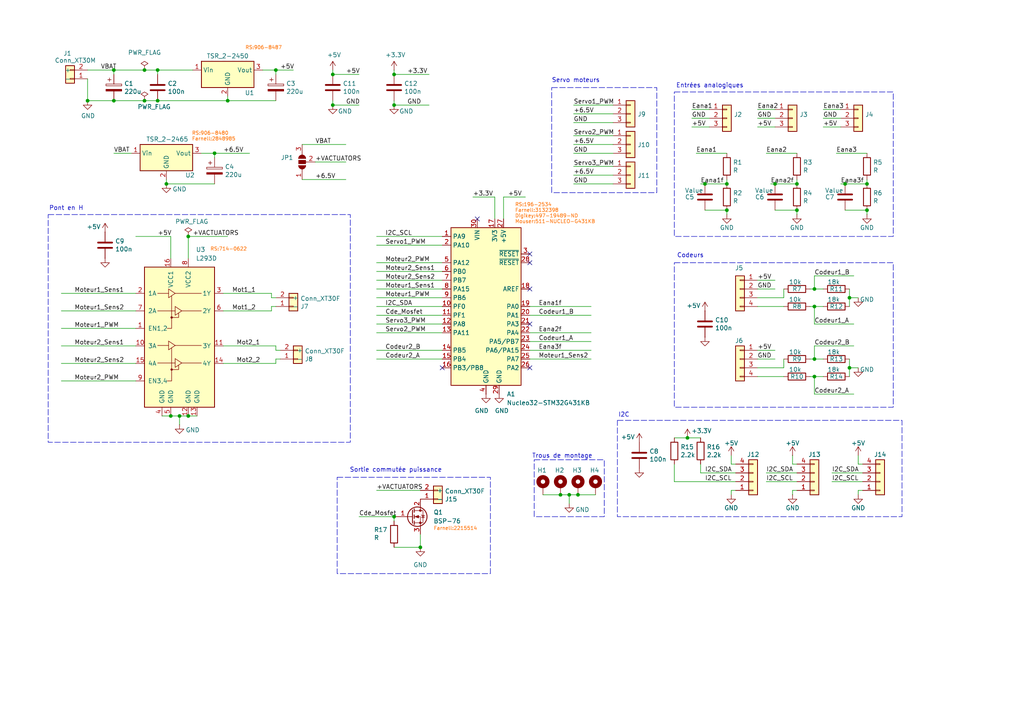
<source format=kicad_sch>
(kicad_sch (version 20231120) (generator "eeschema") (generator_version "8.0")
  (paper "A4")
  (lib_symbols
    (symbol "CRLG-CPU:Nucleo32-STM32G431KB"
      (property "Reference" "A" (at -10.16 23.495 0))
      (property "Value" "Nucleo32-STM32G431KB" (at 5.08 -24.13 0))
      (symbol "Nucleo32-STM32G431KB_0_1"
        (rectangle (start -10.16 22.86) (end 10.16 -22.86) (stroke (width 0.254)) (fill (type background)))
      )
      (symbol "Nucleo32-STM32G431KB_1_1"
        (pin bidirectional line (at -12.7 20.32 0) (length 2.54) (name "PA9") (number "1"))
        (pin bidirectional line (at -12.7 0 0) (length 2.54) (name "PF0") (number "10"))
        (pin bidirectional line (at -12.7 -2.54 0) (length 2.54) (name "PF1") (number "11"))
        (pin bidirectional line (at -12.7 -5.08 0) (length 2.54) (name "PA8") (number "12"))
        (pin bidirectional line (at -12.7 -7.62 0) (length 2.54) (name "PA11") (number "13"))
        (pin bidirectional line (at -12.7 -12.7 0) (length 2.54) (name "PB5") (number "14"))
        (pin bidirectional line (at -12.7 -15.24 0) (length 2.54) (name "PB4") (number "15"))
        (pin bidirectional line (at -12.7 -17.78 0) (length 2.54) (name "PB3/PB8") (number "16"))
        (pin power_out line (at 2.54 25.4 270) (length 2.54) (name "3V3") (number "17"))
        (pin input line (at 12.7 5.08 180) (length 2.54) (name "AREF") (number "18"))
        (pin bidirectional line (at 12.7 0 180) (length 2.54) (name "PA0") (number "19"))
        (pin bidirectional line (at -12.7 17.78 0) (length 2.54) (name "PA10") (number "2"))
        (pin bidirectional line (at 12.7 -2.54 180) (length 2.54) (name "PA1") (number "20"))
        (pin bidirectional line (at 12.7 -5.08 180) (length 2.54) (name "PA3") (number "21"))
        (pin bidirectional line (at 12.7 -7.62 180) (length 2.54) (name "PA4") (number "22"))
        (pin bidirectional line (at 12.7 -10.16 180) (length 2.54) (name "PA5/PB7") (number "23"))
        (pin bidirectional line (at 12.7 -12.7 180) (length 2.54) (name "PA6/PA15") (number "24"))
        (pin bidirectional line (at 12.7 -15.24 180) (length 2.54) (name "PA7") (number "25"))
        (pin bidirectional line (at 12.7 -17.78 180) (length 2.54) (name "PA2") (number "26"))
        (pin power_out line (at 5.08 25.4 270) (length 2.54) (name "+5V") (number "27"))
        (pin input line (at 12.7 12.7 180) (length 2.54) (name "~{RESET}") (number "28"))
        (pin passive line (at 3.81 -25.4 90) (length 2.54) (name "GND") (number "29"))
        (pin input line (at 12.7 15.24 180) (length 2.54) (name "~{RESET}") (number "3"))
        (pin power_in line (at -2.54 25.4 270) (length 2.54) (name "VIN") (number "30"))
        (pin power_in line (at 0 -25.4 90) (length 2.54) (name "GND") (number "4"))
        (pin bidirectional line (at -12.7 12.7 0) (length 2.54) (name "PA12") (number "5"))
        (pin bidirectional line (at -12.7 10.16 0) (length 2.54) (name "PB0") (number "6"))
        (pin bidirectional line (at -12.7 7.62 0) (length 2.54) (name "PB7") (number "7"))
        (pin bidirectional line (at -12.7 5.08 0) (length 2.54) (name "PA15") (number "8"))
        (pin bidirectional line (at -12.7 2.54 0) (length 2.54) (name "PB6") (number "9"))
      )
    )
    (symbol "CRLG-Connectors:Conn_01x03" (pin_names (offset 1.016) hide)
      (property "Reference" "J" (at 0 5.08 0))
      (property "Value" "Conn_01x03" (at 0 -5.08 0))
      (symbol "Conn_01x03_1_1"
        (rectangle (start -1.27 -2.413) (end 0 -2.667) (stroke (width 0.1524)))
        (rectangle (start -1.27 0.127) (end 0 -0.127) (stroke (width 0.1524)))
        (rectangle (start -1.27 2.667) (end 0 2.413) (stroke (width 0.1524)))
        (rectangle (start -1.27 3.81) (end 1.27 -3.81) (stroke (width 0.254)) (fill (type background)))
        (pin passive line (at -5.08 2.54 0) (length 3.81) (name "Pin_1") (number "1"))
        (pin passive line (at -5.08 0 0) (length 3.81) (name "Pin_2") (number "2"))
        (pin passive line (at -5.08 -2.54 0) (length 3.81) (name "Pin_3") (number "3"))
      )
    )
    (symbol "CRLG-Connectors:Conn_01x04" (pin_names (offset 1.016) hide)
      (property "Reference" "J" (at 0 5.08 0))
      (property "Value" "Conn_01x04" (at 0 -7.62 0))
      (symbol "Conn_01x04_1_1"
        (rectangle (start -1.27 -4.953) (end 0 -5.207) (stroke (width 0.1524)))
        (rectangle (start -1.27 -2.413) (end 0 -2.667) (stroke (width 0.1524)))
        (rectangle (start -1.27 0.127) (end 0 -0.127) (stroke (width 0.1524)))
        (rectangle (start -1.27 2.667) (end 0 2.413) (stroke (width 0.1524)))
        (rectangle (start -1.27 3.81) (end 1.27 -6.35) (stroke (width 0.254)) (fill (type background)))
        (pin passive line (at -5.08 2.54 0) (length 3.81) (name "Pin_1") (number "1"))
        (pin passive line (at -5.08 0 0) (length 3.81) (name "Pin_2") (number "2"))
        (pin passive line (at -5.08 -2.54 0) (length 3.81) (name "Pin_3") (number "3"))
        (pin passive line (at -5.08 -5.08 0) (length 3.81) (name "Pin_4") (number "4"))
      )
    )
    (symbol "CRLG-Connectors:Conn_XT30F" (pin_names (offset 1.016))
      (property "Reference" "J" (at 0 2.54 0))
      (property "Value" "Conn_XT30F" (at 0 -5.08 0))
      (symbol "Conn_XT30F_1_1"
        (rectangle (start -1.27 -2.413) (end 0 -2.667) (stroke (width 0.1524)))
        (rectangle (start -1.27 0.127) (end 0 -0.127) (stroke (width 0.1524)))
        (rectangle (start -1.27 1.27) (end 1.27 -3.81) (stroke (width 0.254)) (fill (type background)))
        (pin passive line (at -5.08 0 0) (length 3.81) (name "-") (number "1"))
        (pin passive line (at -5.08 -2.54 0) (length 3.81) (name "+") (number "2"))
      )
    )
    (symbol "CRLG-Connectors:Conn_XT30M" (pin_names (offset 1.016))
      (property "Reference" "J" (at 0 2.54 0))
      (property "Value" "Conn_XT30M" (at 0 -5.08 0))
      (symbol "Conn_XT30M_1_1"
        (rectangle (start -1.27 -2.413) (end 0 -2.667) (stroke (width 0.1524)))
        (rectangle (start -1.27 0.127) (end 0 -0.127) (stroke (width 0.1524)))
        (rectangle (start -1.27 1.27) (end 1.27 -3.81) (stroke (width 0.254)) (fill (type background)))
        (pin passive line (at -5.08 0 0) (length 3.81) (name "-") (number "1"))
        (pin passive line (at -5.08 -2.54 0) (length 3.81) (name "+") (number "2"))
      )
    )
    (symbol "CRLG-Passive:C" (pin_numbers hide) (pin_names (offset 0.254))
      (property "Reference" "C" (at 0.635 2.54 0))
      (property "Value" "C" (at 0.635 -2.54 0))
      (symbol "C_0_1"
        (polyline (pts (xy -2.032 -0.762) (xy 2.032 -0.762)) (stroke (width 0.508)))
        (polyline (pts (xy -2.032 0.762) (xy 2.032 0.762)) (stroke (width 0.508)))
      )
      (symbol "C_1_1"
        (pin passive line (at 0 3.81 270) (length 2.794) (name "~") (number "1"))
        (pin passive line (at 0 -3.81 90) (length 2.794) (name "~") (number "2"))
      )
    )
    (symbol "CRLG-Passive:CP" (pin_numbers hide) (pin_names (offset 0.254))
      (property "Reference" "C" (at 0.635 2.54 0))
      (property "Value" "CP" (at 0.635 -2.54 0))
      (symbol "CP_0_1"
        (rectangle (start -2.286 0.508) (end 2.286 1.016))
        (polyline (pts (xy -1.778 2.286) (xy -0.762 2.286)))
        (polyline (pts (xy -1.27 2.794) (xy -1.27 1.778)))
        (rectangle (start 2.286 -0.508) (end -2.286 -1.016) (fill (type outline)))
      )
      (symbol "CP_1_1"
        (pin passive line (at 0 3.81 270) (length 2.794) (name "~") (number "1"))
        (pin passive line (at 0 -3.81 90) (length 2.794) (name "~") (number "2"))
      )
    )
    (symbol "CRLG-Passive:R" (pin_numbers hide) (pin_names (offset 0))
      (property "Reference" "R" (at 2.032 0 90))
      (property "Value" "R" (at 0 0 90))
      (symbol "R_0_1"
        (rectangle (start -1.016 -2.54) (end 1.016 2.54) (stroke (width 0.254)))
      )
      (symbol "R_1_1"
        (pin passive line (at 0 3.81 270) (length 1.27) (name "~") (number "1"))
        (pin passive line (at 0 -3.81 90) (length 1.27) (name "~") (number "2"))
      )
    )
    (symbol "CRLG_Regulators:TSR_2-2450"
      (property "Reference" "U" (at -7.62 6.35 0))
      (property "Value" "TSR_2-2450" (at -1.27 6.35 0))
      (symbol "TSR_2-2450_0_1"
        (rectangle (start -7.62 5.08) (end 7.62 -2.54) (stroke (width 0.254)) (fill (type background)))
      )
      (symbol "TSR_2-2450_1_1"
        (pin power_in line (at -10.16 2.54 0) (length 2.54) (name "Vin") (number "1"))
        (pin power_in line (at 0 -5.08 90) (length 2.54) (name "GND") (number "2"))
        (pin power_out line (at 10.16 2.54 180) (length 2.54) (name "Vout") (number "3"))
      )
    )
    (symbol "CRLG_Regulators:TSR_2-2465"
      (property "Reference" "U" (at -7.62 6.35 0))
      (property "Value" "TSR_2-2465" (at -1.27 6.35 0))
      (symbol "TSR_2-2465_0_1"
        (rectangle (start -7.62 5.08) (end 7.62 -2.54) (stroke (width 0.254)) (fill (type background)))
      )
      (symbol "TSR_2-2465_1_1"
        (pin power_in line (at -10.16 2.54 0) (length 2.54) (name "Vin") (number "1"))
        (pin power_in line (at 0 -5.08 90) (length 2.54) (name "GND") (number "2"))
        (pin power_out line (at 10.16 2.54 180) (length 2.54) (name "Vout") (number "3"))
      )
    )
    (symbol "CRLG_Transistors:BSP-76" (pin_names (offset 0) hide)
      (property "Reference" "Q" (at 5.08 1.27 0))
      (property "Value" "BSP-76" (at 5.08 -1.27 0))
      (symbol "BSP-76_0_1"
        (polyline (pts (xy 0.0508 0) (xy 0.254 0)))
        (polyline (pts (xy 0.762 -1.778) (xy 2.54 -1.778)))
        (polyline (pts (xy 0.762 -1.27) (xy 0.762 -2.286)) (stroke (width 0.254)))
        (polyline (pts (xy 0.762 0) (xy 2.54 0)))
        (polyline (pts (xy 0.762 0.508) (xy 0.762 -0.508)) (stroke (width 0.254)))
        (polyline (pts (xy 0.762 1.778) (xy 2.54 1.778)))
        (polyline (pts (xy 0.762 2.286) (xy 0.762 1.27)) (stroke (width 0.254)))
        (polyline (pts (xy 2.54 -1.778) (xy 2.54 -2.54)))
        (polyline (pts (xy 2.54 -1.778) (xy 2.54 0)))
        (polyline (pts (xy 2.54 2.54) (xy 2.54 1.778)))
        (polyline (pts (xy 0.254 1.905) (xy 0.254 -1.905) (xy 0.254 -1.905)) (stroke (width 0.254)))
        (polyline (pts (xy 1.016 0) (xy 2.032 0.381) (xy 2.032 -0.381) (xy 1.016 0)) (fill (type outline)))
        (polyline (pts (xy 2.54 -1.778) (xy 3.302 -1.778) (xy 3.302 1.778) (xy 2.54 1.778)))
        (polyline (pts (xy 2.794 0.508) (xy 2.921 0.381) (xy 3.683 0.381) (xy 3.81 0.254)))
        (polyline (pts (xy 3.302 0.381) (xy 2.921 -0.254) (xy 3.683 -0.254) (xy 3.302 0.381)))
        (circle (center 1.651 0) (radius 2.8194) (stroke (width 0.254)))
        (circle (center 2.54 -1.778) (radius 0.2794) (fill (type outline)))
        (circle (center 2.54 1.778) (radius 0.2794) (fill (type outline)))
      )
      (symbol "BSP-76_1_1"
        (pin input line (at -5.08 0 0) (length 5.08) (name "G") (number "1"))
        (pin passive line (at 2.54 5.08 270) (length 2.54) (name "D") (number "2"))
        (pin passive line (at 2.54 -5.08 90) (length 2.54) (name "S") (number "3"))
      )
    )
    (symbol "Driver_Motor:L293D" (pin_names (offset 1.016))
      (property "Reference" "U" (at -5.08 26.035 0))
      (property "Value" "L293D" (at -5.08 24.13 0))
      (symbol "L293D_0_1"
        (rectangle (start -10.16 22.86) (end 10.16 -17.78) (stroke (width 0.254)) (fill (type background)))
        (circle (center -2.286 -6.858) (radius 0.254) (fill (type outline)))
        (circle (center -2.286 8.255) (radius 0.254) (fill (type outline)))
        (polyline (pts (xy -6.35 -4.953) (xy -1.27 -4.953)))
        (polyline (pts (xy -6.35 0.127) (xy -3.175 0.127)))
        (polyline (pts (xy -6.35 10.16) (xy -1.27 10.16)))
        (polyline (pts (xy -6.35 15.24) (xy -3.175 15.24)))
        (polyline (pts (xy -1.27 0.127) (xy 6.35 0.127)))
        (polyline (pts (xy -1.27 15.24) (xy 6.35 15.24)))
        (polyline (pts (xy 0.635 -4.953) (xy 6.35 -4.953)))
        (polyline (pts (xy 0.635 10.16) (xy 6.35 10.16)))
        (polyline (pts (xy -2.286 -6.858) (xy -0.254 -6.858) (xy -0.254 -5.588)))
        (polyline (pts (xy -2.286 -0.635) (xy -2.286 -10.16) (xy -3.556 -10.16)))
        (polyline (pts (xy -2.286 8.255) (xy -0.254 8.255) (xy -0.254 9.525)))
        (polyline (pts (xy -2.286 14.478) (xy -2.286 5.08) (xy -3.556 5.08)))
        (polyline (pts (xy -3.175 1.397) (xy -3.175 -1.143) (xy -1.27 0.127) (xy -3.175 1.397)))
        (polyline (pts (xy -3.175 16.51) (xy -3.175 13.97) (xy -1.27 15.24) (xy -3.175 16.51)))
        (polyline (pts (xy -1.27 -3.683) (xy -1.27 -6.223) (xy 0.635 -4.953) (xy -1.27 -3.683)))
        (polyline (pts (xy -1.27 11.43) (xy -1.27 8.89) (xy 0.635 10.16) (xy -1.27 11.43)))
      )
      (symbol "L293D_1_1"
        (pin input line (at -12.7 5.08 0) (length 2.54) (name "EN1,2") (number "1"))
        (pin input line (at -12.7 0 0) (length 2.54) (name "3A") (number "10"))
        (pin output line (at 12.7 0 180) (length 2.54) (name "3Y") (number "11"))
        (pin power_in line (at 2.54 -20.32 90) (length 2.54) (name "GND") (number "12"))
        (pin power_in line (at 5.08 -20.32 90) (length 2.54) (name "GND") (number "13"))
        (pin output line (at 12.7 -5.08 180) (length 2.54) (name "4Y") (number "14"))
        (pin input line (at -12.7 -5.08 0) (length 2.54) (name "4A") (number "15"))
        (pin power_in line (at -2.54 25.4 270) (length 2.54) (name "VCC1") (number "16"))
        (pin input line (at -12.7 15.24 0) (length 2.54) (name "1A") (number "2"))
        (pin output line (at 12.7 15.24 180) (length 2.54) (name "1Y") (number "3"))
        (pin power_in line (at -5.08 -20.32 90) (length 2.54) (name "GND") (number "4"))
        (pin power_in line (at -2.54 -20.32 90) (length 2.54) (name "GND") (number "5"))
        (pin output line (at 12.7 10.16 180) (length 2.54) (name "2Y") (number "6"))
        (pin input line (at -12.7 10.16 0) (length 2.54) (name "2A") (number "7"))
        (pin power_in line (at 2.54 25.4 270) (length 2.54) (name "VCC2") (number "8"))
        (pin input line (at -12.7 -10.16 0) (length 2.54) (name "EN3,4") (number "9"))
      )
    )
    (symbol "Jumper:SolderJumper_3_Open" (pin_names (offset 0) hide) (exclude_from_sim yes) (in_bom no)
      (property "Reference" "JP" (at -2.54 -2.54 0))
      (property "Value" "SolderJumper_3_Open" (at 0 2.794 0))
      (symbol "SolderJumper_3_Open_0_1"
        (arc (start -1.016 1.016) (mid -2.0276 0) (end -1.016 -1.016))
        (arc (start -1.016 1.016) (mid -2.0276 0) (end -1.016 -1.016) (fill (type outline)))
        (rectangle (start -0.508 1.016) (end 0.508 -1.016) (fill (type outline)))
        (polyline (pts (xy -2.54 0) (xy -2.032 0)))
        (polyline (pts (xy -1.016 1.016) (xy -1.016 -1.016)))
        (polyline (pts (xy 0 -1.27) (xy 0 -1.016)))
        (polyline (pts (xy 1.016 1.016) (xy 1.016 -1.016)))
        (polyline (pts (xy 2.54 0) (xy 2.032 0)))
        (arc (start 1.016 -1.016) (mid 2.0276 0) (end 1.016 1.016))
        (arc (start 1.016 -1.016) (mid 2.0276 0) (end 1.016 1.016) (fill (type outline)))
      )
      (symbol "SolderJumper_3_Open_1_1"
        (pin passive line (at -5.08 0 0) (length 2.54) (name "A") (number "1"))
        (pin passive line (at 0 -3.81 90) (length 2.54) (name "C") (number "2"))
        (pin passive line (at 5.08 0 180) (length 2.54) (name "B") (number "3"))
      )
    )
    (symbol "Mechanical:MountingHole_Pad" (pin_numbers hide) (pin_names (offset 1.016) hide) (exclude_from_sim yes) (in_bom no)
      (property "Reference" "H" (at 0 6.35 0))
      (property "Value" "MountingHole_Pad" (at 0 4.445 0))
      (symbol "MountingHole_Pad_0_1"
        (circle (center 0 1.27) (radius 1.27) (stroke (width 1.27)))
      )
      (symbol "MountingHole_Pad_1_1"
        (pin input line (at 0 -2.54 90) (length 2.54) (name "1") (number "1"))
      )
    )
    (symbol "power:+3.3V" (power) (pin_numbers hide) (pin_names (offset 0) hide)
      (property "Value" "+3.3V" (at 0 3.556 0))
      (symbol "+3.3V_0_1"
        (polyline (pts (xy -0.762 1.27) (xy 0 2.54)))
        (polyline (pts (xy 0 0) (xy 0 2.54)))
        (polyline (pts (xy 0 2.54) (xy 0.762 1.27)))
      )
      (symbol "+3.3V_1_1"
        (pin power_in line (at 0 0 90) (length 0) (name "~") (number "1"))
      )
    )
    (symbol "power:+5V" (power) (pin_numbers hide) (pin_names (offset 0) hide)
      (property "Value" "+5V" (at 0 3.556 0))
      (symbol "+5V_0_1"
        (polyline (pts (xy -0.762 1.27) (xy 0 2.54)))
        (polyline (pts (xy 0 0) (xy 0 2.54)))
        (polyline (pts (xy 0 2.54) (xy 0.762 1.27)))
      )
      (symbol "+5V_1_1"
        (pin power_in line (at 0 0 90) (length 0) (name "~") (number "1"))
      )
    )
    (symbol "power:GND" (power) (pin_numbers hide) (pin_names (offset 0) hide)
      (property "Value" "GND" (at 0 -3.81 0))
      (symbol "GND_0_1"
        (polyline (pts (xy 0 0) (xy 0 -1.27) (xy 1.27 -1.27) (xy 0 -2.54) (xy -1.27 -1.27) (xy 0 -1.27)))
      )
      (symbol "GND_1_1"
        (pin power_in line (at 0 0 270) (length 0) (name "~") (number "1"))
      )
    )
    (symbol "power:PWR_FLAG" (power) (pin_numbers hide) (pin_names (offset 0) hide)
      (property "Value" "PWR_FLAG" (at 0 3.81 0))
      (symbol "PWR_FLAG_0_0"
        (pin power_out line (at 0 0 90) (length 0) (name "~") (number "1"))
      )
      (symbol "PWR_FLAG_0_1"
        (polyline (pts (xy 0 0) (xy 0 1.27) (xy -1.016 1.905) (xy 0 2.54) (xy 1.016 1.905) (xy 0 1.27)))
      )
    )
  )
  (junction (at 114.3 30.48))
  (junction (at 54.61 68.58))
  (junction (at 246.38 86.36))
  (junction (at 54.61 120.65))
  (junction (at 114.3 149.86))
  (junction (at 236.22 104.14))
  (junction (at 121.92 158.75))
  (junction (at 49.53 120.65))
  (junction (at 41.91 20.32))
  (junction (at 96.52 30.48))
  (junction (at 114.3 21.59))
  (junction (at 45.72 29.21))
  (junction (at 167.64 143.51))
  (junction (at 204.47 53.34))
  (junction (at 231.14 53.34))
  (junction (at 210.82 53.34))
  (junction (at 33.02 20.32))
  (junction (at 52.07 120.65))
  (junction (at 236.22 109.22))
  (junction (at 62.23 44.45))
  (junction (at 231.14 60.96))
  (junction (at 246.38 106.68))
  (junction (at 25.4 29.21))
  (junction (at 162.56 143.51))
  (junction (at 165.1 143.51))
  (junction (at 251.46 53.34))
  (junction (at 80.01 20.32))
  (junction (at 224.79 53.34))
  (junction (at 45.72 20.32))
  (junction (at 199.39 127))
  (junction (at 66.04 29.21))
  (junction (at 48.26 53.34))
  (junction (at 236.22 83.82))
  (junction (at 210.82 60.96))
  (junction (at 96.52 21.59))
  (junction (at 251.46 60.96))
  (junction (at 245.11 53.34))
  (junction (at 41.91 29.21))
  (junction (at 33.02 29.21))
  (junction (at 236.22 88.9))
  (no_connect (at 138.43 63.5))
  (no_connect (at 153.67 106.68))
  (no_connect (at 153.67 76.2))
  (no_connect (at 153.67 83.82))
  (no_connect (at 128.27 106.68))
  (no_connect (at 153.67 93.98))
  (no_connect (at 153.67 73.66))
  (wire (pts (xy 212.09 142.24) (xy 212.09 143.51)))
  (wire (pts (xy 166.37 44.45) (xy 177.8 44.45)))
  (wire (pts (xy 236.22 80.01) (xy 247.65 80.01)))
  (wire (pts (xy 200.66 31.75) (xy 205.74 31.75)))
  (wire (pts (xy 162.56 143.51) (xy 157.48 143.51)))
  (wire (pts (xy 109.22 93.98) (xy 128.27 93.98)))
  (wire (pts (xy 87.63 41.91) (xy 100.33 41.91)))
  (wire (pts (xy 248.92 142.24) (xy 248.92 143.51)))
  (wire (pts (xy 146.05 57.15) (xy 152.4 57.15)))
  (wire (pts (xy 195.58 127) (xy 199.39 127)))
  (wire (pts (xy 222.25 137.16) (xy 231.14 137.16)))
  (wire (pts (xy 234.95 109.22) (xy 236.22 109.22)))
  (wire (pts (xy 246.38 86.36) (xy 246.38 88.9)))
  (wire (pts (xy 229.87 132.08) (xy 229.87 134.62)))
  (wire (pts (xy 45.72 29.21) (xy 66.04 29.21)))
  (wire (pts (xy 227.33 106.68) (xy 227.33 104.14)))
  (wire (pts (xy 45.72 20.32) (xy 55.88 20.32)))
  (wire (pts (xy 109.22 101.6) (xy 128.27 101.6)))
  (wire (pts (xy 64.77 100.33) (xy 80.01 100.33)))
  (wire (pts (xy 236.22 109.22) (xy 236.22 114.3)))
  (wire (pts (xy 236.22 80.01) (xy 236.22 83.82)))
  (wire (pts (xy 166.37 30.48) (xy 177.8 30.48)))
  (wire (pts (xy 45.72 20.32) (xy 45.72 21.59)))
  (wire (pts (xy 62.23 44.45) (xy 72.39 44.45)))
  (wire (pts (xy 248.92 132.08) (xy 248.92 134.62)))
  (wire (pts (xy 80.01 20.32) (xy 85.09 20.32)))
  (wire (pts (xy 234.95 104.14) (xy 236.22 104.14)))
  (wire (pts (xy 223.52 53.34) (xy 224.79 53.34)))
  (wire (pts (xy 243.84 53.34) (xy 245.11 53.34)))
  (wire (pts (xy 109.22 71.12) (xy 128.27 71.12)))
  (wire (pts (xy 143.51 63.5) (xy 143.51 57.15)))
  (wire (pts (xy 109.22 91.44) (xy 128.27 91.44)))
  (wire (pts (xy 251.46 52.07) (xy 251.46 53.34)))
  (wire (pts (xy 39.37 68.58) (xy 49.53 68.58)))
  (wire (pts (xy 25.4 20.32) (xy 33.02 20.32)))
  (wire (pts (xy 245.11 60.96) (xy 251.46 60.96)))
  (wire (pts (xy 219.71 34.29) (xy 224.79 34.29)))
  (wire (pts (xy 166.37 33.02) (xy 177.8 33.02)))
  (wire (pts (xy 109.22 78.74) (xy 128.27 78.74)))
  (wire (pts (xy 78.74 86.36) (xy 80.01 86.36)))
  (wire (pts (xy 227.33 86.36) (xy 227.33 83.82)))
  (wire (pts (xy 80.01 104.14) (xy 81.28 104.14)))
  (wire (pts (xy 104.14 149.86) (xy 114.3 149.86)))
  (wire (pts (xy 114.3 149.86) (xy 114.3 151.13)))
  (wire (pts (xy 236.22 88.9) (xy 238.76 88.9)))
  (wire (pts (xy 25.4 22.86) (xy 25.4 29.21)))
  (wire (pts (xy 219.71 109.22) (xy 227.33 109.22)))
  (wire (pts (xy 236.22 93.98) (xy 247.65 93.98)))
  (wire (pts (xy 236.22 88.9) (xy 236.22 93.98)))
  (wire (pts (xy 54.61 120.65) (xy 57.15 120.65)))
  (wire (pts (xy 236.22 104.14) (xy 238.76 104.14)))
  (wire (pts (xy 172.72 143.51) (xy 167.64 143.51)))
  (wire (pts (xy 153.67 91.44) (xy 171.45 91.44)))
  (wire (pts (xy 153.67 104.14) (xy 171.45 104.14)))
  (wire (pts (xy 238.76 34.29) (xy 243.84 34.29)))
  (wire (pts (xy 17.78 95.25) (xy 39.37 95.25)))
  (wire (pts (xy 241.3 137.16) (xy 250.19 137.16)))
  (wire (pts (xy 200.66 36.83) (xy 205.74 36.83)))
  (wire (pts (xy 219.71 88.9) (xy 227.33 88.9)))
  (wire (pts (xy 153.67 99.06) (xy 171.45 99.06)))
  (wire (pts (xy 54.61 68.58) (xy 66.04 68.58)))
  (wire (pts (xy 246.38 86.36) (xy 248.92 86.36)))
  (wire (pts (xy 246.38 106.68) (xy 246.38 109.22)))
  (wire (pts (xy 87.63 52.07) (xy 100.33 52.07)))
  (wire (pts (xy 162.56 143.51) (xy 165.1 143.51)))
  (wire (pts (xy 137.16 57.15) (xy 143.51 57.15)))
  (wire (pts (xy 96.52 29.21) (xy 96.52 30.48)))
  (wire (pts (xy 203.2 53.34) (xy 204.47 53.34)))
  (wire (pts (xy 62.23 44.45) (xy 62.23 45.72)))
  (wire (pts (xy 234.95 83.82) (xy 236.22 83.82)))
  (wire (pts (xy 250.19 142.24) (xy 248.92 142.24)))
  (wire (pts (xy 219.71 36.83) (xy 224.79 36.83)))
  (wire (pts (xy 49.53 74.93) (xy 49.53 68.58)))
  (wire (pts (xy 224.79 53.34) (xy 231.14 53.34)))
  (wire (pts (xy 210.82 52.07) (xy 210.82 53.34)))
  (wire (pts (xy 236.22 83.82) (xy 238.76 83.82)))
  (wire (pts (xy 80.01 105.41) (xy 80.01 104.14)))
  (wire (pts (xy 109.22 96.52) (xy 128.27 96.52)))
  (wire (pts (xy 203.2 137.16) (xy 213.36 137.16)))
  (wire (pts (xy 17.78 100.33) (xy 39.37 100.33)))
  (wire (pts (xy 109.22 76.2) (xy 128.27 76.2)))
  (wire (pts (xy 242.57 44.45) (xy 251.46 44.45)))
  (wire (pts (xy 76.2 20.32) (xy 80.01 20.32)))
  (wire (pts (xy 114.3 20.32) (xy 114.3 21.59)))
  (wire (pts (xy 96.52 21.59) (xy 104.14 21.59)))
  (wire (pts (xy 64.77 90.17) (xy 78.74 90.17)))
  (wire (pts (xy 80.01 29.21) (xy 66.04 29.21)))
  (wire (pts (xy 33.02 20.32) (xy 33.02 21.59)))
  (wire (pts (xy 78.74 85.09) (xy 78.74 86.36)))
  (wire (pts (xy 231.14 52.07) (xy 231.14 53.34)))
  (wire (pts (xy 153.67 88.9) (xy 171.45 88.9)))
  (wire (pts (xy 66.04 29.21) (xy 66.04 27.94)))
  (wire (pts (xy 91.44 46.99) (xy 100.33 46.99)))
  (wire (pts (xy 114.3 29.21) (xy 114.3 30.48)))
  (wire (pts (xy 229.87 142.24) (xy 229.87 143.51)))
  (wire (pts (xy 80.01 101.6) (xy 81.28 101.6)))
  (wire (pts (xy 236.22 100.33) (xy 247.65 100.33)))
  (wire (pts (xy 231.14 60.96) (xy 231.14 62.23)))
  (wire (pts (xy 236.22 100.33) (xy 236.22 104.14)))
  (wire (pts (xy 224.79 60.96) (xy 231.14 60.96)))
  (wire (pts (xy 114.3 21.59) (xy 124.46 21.59)))
  (wire (pts (xy 96.52 20.32) (xy 96.52 21.59)))
  (wire (pts (xy 17.78 105.41) (xy 39.37 105.41)))
  (wire (pts (xy 109.22 142.24) (xy 121.92 142.24)))
  (wire (pts (xy 234.95 88.9) (xy 236.22 88.9)))
  (wire (pts (xy 166.37 50.8) (xy 177.8 50.8)))
  (wire (pts (xy 203.2 134.62) (xy 203.2 137.16)))
  (wire (pts (xy 166.37 48.26) (xy 177.8 48.26)))
  (wire (pts (xy 109.22 104.14) (xy 128.27 104.14)))
  (wire (pts (xy 166.37 39.37) (xy 177.8 39.37)))
  (wire (pts (xy 49.53 120.65) (xy 52.07 120.65)))
  (wire (pts (xy 219.71 31.75) (xy 224.79 31.75)))
  (wire (pts (xy 46.99 120.65) (xy 49.53 120.65)))
  (wire (pts (xy 48.26 52.07) (xy 48.26 53.34)))
  (wire (pts (xy 153.67 96.52) (xy 171.45 96.52)))
  (wire (pts (xy 166.37 35.56) (xy 177.8 35.56)))
  (wire (pts (xy 33.02 29.21) (xy 41.91 29.21)))
  (wire (pts (xy 17.78 85.09) (xy 39.37 85.09)))
  (wire (pts (xy 236.22 109.22) (xy 238.76 109.22)))
  (wire (pts (xy 109.22 68.58) (xy 128.27 68.58)))
  (wire (pts (xy 25.4 29.21) (xy 33.02 29.21)))
  (wire (pts (xy 201.93 44.45) (xy 210.82 44.45)))
  (wire (pts (xy 78.74 90.17) (xy 78.74 88.9)))
  (wire (pts (xy 245.11 53.34) (xy 251.46 53.34)))
  (wire (pts (xy 212.09 132.08) (xy 212.09 134.62)))
  (wire (pts (xy 246.38 104.14) (xy 246.38 106.68)))
  (wire (pts (xy 236.22 114.3) (xy 247.65 114.3)))
  (wire (pts (xy 222.25 44.45) (xy 231.14 44.45)))
  (wire (pts (xy 52.07 120.65) (xy 54.61 120.65)))
  (wire (pts (xy 248.92 134.62) (xy 250.19 134.62)))
  (wire (pts (xy 17.78 110.49) (xy 39.37 110.49)))
  (wire (pts (xy 17.78 90.17) (xy 39.37 90.17)))
  (wire (pts (xy 219.71 81.28) (xy 224.79 81.28)))
  (wire (pts (xy 78.74 88.9) (xy 80.01 88.9)))
  (wire (pts (xy 114.3 158.75) (xy 121.92 158.75)))
  (wire (pts (xy 204.47 53.34) (xy 210.82 53.34)))
  (wire (pts (xy 238.76 36.83) (xy 243.84 36.83)))
  (wire (pts (xy 165.1 143.51) (xy 167.64 143.51)))
  (wire (pts (xy 109.22 86.36) (xy 128.27 86.36)))
  (wire (pts (xy 204.47 60.96) (xy 210.82 60.96)))
  (wire (pts (xy 165.1 143.51) (xy 165.1 146.05)))
  (wire (pts (xy 109.22 81.28) (xy 128.27 81.28)))
  (wire (pts (xy 219.71 106.68) (xy 227.33 106.68)))
  (wire (pts (xy 219.71 104.14) (xy 224.79 104.14)))
  (wire (pts (xy 64.77 105.41) (xy 80.01 105.41)))
  (wire (pts (xy 153.67 101.6) (xy 171.45 101.6)))
  (wire (pts (xy 222.25 139.7) (xy 231.14 139.7)))
  (wire (pts (xy 80.01 20.32) (xy 80.01 21.59)))
  (wire (pts (xy 109.22 83.82) (xy 128.27 83.82)))
  (wire (pts (xy 80.01 100.33) (xy 80.01 101.6)))
  (wire (pts (xy 41.91 20.32) (xy 45.72 20.32)))
  (wire (pts (xy 246.38 83.82) (xy 246.38 86.36)))
  (wire (pts (xy 241.3 139.7) (xy 250.19 139.7)))
  (wire (pts (xy 166.37 41.91) (xy 177.8 41.91)))
  (wire (pts (xy 251.46 60.96) (xy 251.46 62.23)))
  (wire (pts (xy 219.71 83.82) (xy 224.79 83.82)))
  (wire (pts (xy 231.14 142.24) (xy 229.87 142.24)))
  (wire (pts (xy 33.02 20.32) (xy 41.91 20.32)))
  (wire (pts (xy 212.09 134.62) (xy 213.36 134.62)))
  (wire (pts (xy 246.38 106.68) (xy 248.92 106.68)))
  (wire (pts (xy 213.36 142.24) (xy 212.09 142.24)))
  (wire (pts (xy 109.22 88.9) (xy 128.27 88.9)))
  (wire (pts (xy 166.37 53.34) (xy 177.8 53.34)))
  (wire (pts (xy 114.3 30.48) (xy 124.46 30.48)))
  (wire (pts (xy 195.58 134.62) (xy 195.58 139.7)))
  (wire (pts (xy 54.61 74.93) (xy 54.61 68.58)))
  (wire (pts (xy 48.26 53.34) (xy 62.23 53.34)))
  (wire (pts (xy 96.52 30.48) (xy 104.14 30.48)))
  (wire (pts (xy 210.82 60.96) (xy 210.82 62.23)))
  (wire (pts (xy 58.42 44.45) (xy 62.23 44.45)))
  (wire (pts (xy 219.71 101.6) (xy 224.79 101.6)))
  (wire (pts (xy 64.77 85.09) (xy 78.74 85.09)))
  (wire (pts (xy 229.87 134.62) (xy 231.14 134.62)))
  (wire (pts (xy 33.02 44.45) (xy 38.1 44.45)))
  (wire (pts (xy 146.05 63.5) (xy 146.05 57.15)))
  (wire (pts (xy 121.92 154.94) (xy 121.92 158.75)))
  (wire (pts (xy 200.66 34.29) (xy 205.74 34.29)))
  (wire (pts (xy 219.71 86.36) (xy 227.33 86.36)))
  (wire (pts (xy 195.58 139.7) (xy 213.36 139.7)))
  (wire (pts (xy 52.07 120.65) (xy 52.07 123.19)))
  (wire (pts (xy 199.39 127) (xy 203.2 127)))
  (wire (pts (xy 238.76 31.75) (xy 243.84 31.75)))
  (wire (pts (xy 41.91 29.21) (xy 45.72 29.21)))
  (rectangle (start 160.02 25.4) (end 190.5 55.88) (stroke (width 0) (type dash)))
  (rectangle (start 179.07 121.92) (end 261.62 149.86) (stroke (width 0) (type dash)))
  (rectangle (start 195.58 26.67) (end 259.08 68.58) (stroke (width 0) (type dash)))
  (rectangle (start 195.58 76.2) (end 259.08 118.11) (stroke (width 0) (type dash)))
  (rectangle (start 97.79 138.43) (end 142.24 166.37) (stroke (width 0) (type dash)))
  (rectangle (start 13.97 62.23) (end 101.6 128.27) (stroke (width 0) (type dash)))
  (rectangle (start 154.94 133.35) (end 175.26 149.86) (stroke (width 0) (type dash)))
  (text "RS:714-0622" (at 60.96 72.39 0) (effects (font (size 1.016 1.016)) (justify left)))
  (text "Servo moteurs" (at 160.02 24.13 0) (effects (font (size 1.27 1.27)) (justify left bottom)))
  (text "Pont en H" (at 14.224 61.214 0) (effects (font (size 1.27 1.27)) (justify left bottom)))
  (text "I2C" (at 179.324 121.158 0) (effects (font (size 1.27 1.27)) (justify left bottom)))
  (text "Entrées analogiques" (at 196.088 25.654 0) (effects (font (size 1.27 1.27)) (justify left bottom)))
  (text "RS:196-2534\nFarnell:3132398\nDigikey:497-19489-ND\nMouser:511-NUCLEO-G431KB" (at 149.352 61.976 0) (effects (font (size 1.016 1.016)) (justify left)))
  (text "RS:906-8487" (at 71.12 13.97 0) (effects (font (size 1.016 1.016)) (justify left)))
  (text "RS:906-8480\nFarnell:2848985" (at 55.626 39.624 0) (effects (font (size 1.016 1.016)) (justify left)))
  (text "Trous de montage" (at 163.068 132.334 0) (effects (font (size 1.27 1.27))))
  (text "Codeurs" (at 196.342 74.93 0) (effects (font (size 1.27 1.27)) (justify left bottom)))
  (text "Farnell:2215514" (at 125.73 153.416 0) (effects (font (size 1.016 1.016)) (justify left)))
  (text "Sortie commutée puissance" (at 114.808 136.398 0) (effects (font (size 1.27 1.27))))
  (label "Cde_Mosfet" (at 111.76 91.44 0))
  (label "+VACTUATORS" (at 91.44 46.99 0))
  (label "Moteur1_Sens1" (at 21.59 85.09 0))
  (label "I2C_SCL" (at 222.25 139.7 0))
  (label "+5V" (at 147.32 57.15 0))
  (label "+5V" (at 219.71 101.6 0))
  (label "+6.5V" (at 166.37 50.8 0))
  (label "GND" (at 219.71 104.14 0))
  (label "Moteur1_Sens2" (at 156.21 104.14 0))
  (label "Mot1_1" (at 67.31 85.09 0))
  (label "Moteur2_Sens2" (at 111.76 81.28 0))
  (label "Moteur1_PWM" (at 111.76 86.36 0))
  (label "+VACTUATORS" (at 55.88 68.58 0))
  (label "Cde_Mosfet" (at 104.14 149.86 0))
  (label "Mot2_1" (at 68.58 100.33 0))
  (label "GND" (at 118.11 30.48 0))
  (label "+6.5V" (at 91.44 52.07 0))
  (label "Eana2" (at 222.25 44.45 0))
  (label "Codeur2_A" (at 111.76 104.14 0))
  (label "Eana3" (at 242.57 44.45 0))
  (label "Codeur2_B" (at 236.22 100.33 0))
  (label "GND" (at 166.37 53.34 0))
  (label "I2C_SCL" (at 241.3 139.7 0))
  (label "+6.5V" (at 166.37 33.02 0))
  (label "+6.5V" (at 64.77 44.45 0))
  (label "+5V" (at 45.72 68.58 0))
  (label "Mot2_2" (at 68.58 105.41 0))
  (label "Eana1f" (at 156.21 88.9 0))
  (label "GND" (at 200.66 34.29 0))
  (label "I2C_SDA" (at 204.47 137.16 0))
  (label "Eana3f" (at 243.84 53.34 0))
  (label "I2C_SDA" (at 222.25 137.16 0))
  (label "Codeur1_B" (at 156.21 91.44 0))
  (label "I2C_SCL" (at 204.47 139.7 0))
  (label "Codeur1_A" (at 156.21 99.06 0))
  (label "Mot1_2" (at 67.31 90.17 0))
  (label "+5V" (at 219.71 36.83 0))
  (label "VBAT" (at 33.02 44.45 0))
  (label "I2C_SDA" (at 111.76 88.9 0))
  (label "+5V" (at 238.76 36.83 0))
  (label "Servo1_PWM" (at 166.37 30.48 0))
  (label "+3.3V" (at 137.16 57.15 0))
  (label "Moteur1_Sens2" (at 21.59 90.17 0))
  (label "Servo3_PWM" (at 166.37 48.26 0))
  (label "+VACTUATORS" (at 109.22 142.24 0))
  (label "+5V" (at 81.28 20.32 0))
  (label "Eana2f" (at 156.21 96.52 0))
  (label "Servo2_PWM" (at 111.76 96.52 0))
  (label "GND" (at 219.71 34.29 0))
  (label "Codeur1_B" (at 236.22 80.01 0))
  (label "Moteur1_Sens1" (at 111.76 83.82 0))
  (label "Moteur2_PWM" (at 111.76 76.2 0))
  (label "Codeur2_B" (at 111.76 101.6 0))
  (label "+6.5V" (at 166.37 41.91 0))
  (label "VBAT" (at 29.21 20.32 0))
  (label "Servo2_PWM" (at 166.37 39.37 0))
  (label "GND" (at 238.76 34.29 0))
  (label "GND" (at 219.71 83.82 0))
  (label "+5V" (at 200.66 36.83 0))
  (label "Codeur2_A" (at 236.22 114.3 0))
  (label "Moteur2_Sens1" (at 111.76 78.74 0))
  (label "Servo3_PWM" (at 111.76 93.98 0))
  (label "Eana2" (at 219.71 31.75 0))
  (label "Moteur2_Sens2" (at 21.59 105.41 0))
  (label "+5V" (at 219.71 81.28 0))
  (label "Moteur2_Sens1" (at 21.59 100.33 0))
  (label "Eana1f" (at 203.2 53.34 0))
  (label "I2C_SCL" (at 111.76 68.58 0))
  (label "+5V" (at 100.33 21.59 0))
  (label "Servo1_PWM" (at 111.76 71.12 0))
  (label "Eana3" (at 238.76 31.75 0))
  (label "Eana3f" (at 156.21 101.6 0))
  (label "I2C_SDA" (at 241.3 137.16 0))
  (label "Codeur1_A" (at 236.22 93.98 0))
  (label "+3.3V" (at 118.11 21.59 0))
  (label "GND" (at 166.37 35.56 0))
  (label "Moteur2_PWM" (at 21.59 110.49 0))
  (label "GND" (at 100.33 30.48 0))
  (label "Eana1" (at 201.93 44.45 0))
  (label "Eana2f" (at 223.52 53.34 0))
  (label "Moteur1_PWM" (at 21.59 95.25 0))
  (label "Eana1" (at 200.66 31.75 0))
  (label "VBAT" (at 91.44 41.91 0))
  (label "GND" (at 166.37 44.45 0))
  (symbol (lib_id "power:PWR_FLAG") (at 54.61 68.58 0) (unit 1)
    (property "Reference" "#FLG02" (effects (hide yes)))
    (property "Value" "PWR_FLAG" (at 55.626 64.262 0))
    (property "Description" "Special symbol for telling ERC where power comes from" (effects (hide yes)))
  )
  (symbol (lib_id "CRLG-Passive:C") (at 96.52 25.4 0) (unit 1)
    (property "Reference" "C11" (at 99.441 24.2316 0) (effects (justify left)))
    (property "Value" "100n" (at 99.441 26.543 0) (effects (justify left)))
    (property "Footprint" "Capacitor_SMD:C_1206_3216Metric" (effects (hide yes)))
  )
  (symbol (lib_id "power:GND") (at 248.92 143.51 0) (unit 1)
    (property "Reference" "#PWR019" (effects (hide yes)))
    (property "Value" "GND" (at 248.92 147.32 0))
  )
  (symbol (lib_id "Mechanical:MountingHole_Pad") (at 167.64 140.97 0) (unit 1) (exclude_from_sim yes) (in_bom no)
    (property "Reference" "H3" (at 167.386 136.398 0))
    (property "Value" "MountingHole_Pad" (effects (hide yes)))
    (property "Footprint" "MountingHole:MountingHole_3.2mm_M3_Pad" (effects (hide yes)))
    (property "Description" "Mounting Hole with connection" (effects (hide yes)))
  )
  (symbol (lib_id "power:+5V") (at 212.09 132.08 0) (unit 1)
    (property "Reference" "#PWR014" (effects (hide yes)))
    (property "Value" "+5V" (at 212.09 128.524 0))
  )
  (symbol (lib_id "power:+5V") (at 229.87 132.08 0) (unit 1)
    (property "Reference" "#PWR016" (effects (hide yes)))
    (property "Value" "+5V" (at 229.87 128.524 0))
  )
  (symbol (lib_id "CRLG-Passive:R") (at 231.14 48.26 0) (unit 1)
    (property "Reference" "R3" (at 232.918 47.0916 0) (effects (justify left)))
    (property "Value" "R" (at 232.918 49.403 0) (effects (justify left)))
    (property "Footprint" "Resistor_SMD:R_1206_3216Metric" (effects (hide yes)))
  )
  (symbol (lib_id "CRLG-Passive:CP") (at 80.01 25.4 0) (unit 1)
    (property "Reference" "C3" (at 83.0072 24.2316 0) (effects (justify left)))
    (property "Value" "220u" (at 83.0072 26.543 0) (effects (justify left)))
    (property "Footprint" "Passive:C_Radial_D8.0mm_H11.5mm_P3.50mm" (effects (hide yes)))
  )
  (symbol (lib_id "CRLG-Connectors:Conn_01x03") (at 182.88 50.8 0) (unit 1)
    (property "Reference" "J11" (at 184.912 50.9016 0) (effects (justify left)))
    (property "Value" "Conn_01x03" (effects (hide yes)))
    (property "Footprint" "Servomotors:Servomotor-3x254" (effects (hide yes)))
  )
  (symbol (lib_id "power:GND") (at 48.26 53.34 0) (unit 1)
    (property "Reference" "#PWR05" (effects (hide yes)))
    (property "Value" "GND" (at 52.07 54.864 0))
  )
  (symbol (lib_id "power:+3.3V") (at 114.3 20.32 0) (unit 1)
    (property "Reference" "#PWR029" (effects (hide yes)))
    (property "Value" "+3.3V" (at 114.681 15.9258 0))
  )
  (symbol (lib_id "power:+5V") (at 248.92 132.08 0) (unit 1)
    (property "Reference" "#PWR018" (effects (hide yes)))
    (property "Value" "+5V" (at 248.92 128.524 0))
  )
  (symbol (lib_id "power:GND") (at 121.92 158.75 0) (unit 1)
    (property "Reference" "#PWR026" (effects (hide yes)))
    (property "Value" "GND" (at 121.92 163.83 0))
    (property "Description" "Power symbol creates a global label with name \"GND\" , ground" (effects (hide yes)))
  )
  (symbol (lib_id "CRLG-Connectors:Conn_XT30M") (at 20.32 22.86 180) (unit 1)
    (property "Reference" "J1" (at 19.558 15.494 0))
    (property "Value" "Conn_XT30M" (at 21.844 17.526 0))
    (property "Footprint" "XT30:AMASS_XT30UPB-M_1x02_P5.0mm_Vertical" (effects (hide yes)))
  )
  (symbol (lib_id "CRLG-Passive:C") (at 30.48 71.12 0) (unit 1)
    (property "Reference" "C9" (at 33.401 69.9516 0) (effects (justify left)))
    (property "Value" "100n" (at 33.401 72.263 0) (effects (justify left)))
    (property "Footprint" "Capacitor_SMD:C_1206_3216Metric" (effects (hide yes)))
  )
  (symbol (lib_id "power:+5V") (at 30.48 67.31 0) (unit 1)
    (property "Reference" "#PWR020" (effects (hide yes)))
    (property "Value" "+5V" (at 27.178 65.786 0))
  )
  (symbol (lib_id "CRLG-Passive:R") (at 242.57 83.82 90) (unit 1)
    (property "Reference" "R11" (at 242.57 83.82 90))
    (property "Value" "18k" (at 241.808 81.788 90))
    (property "Footprint" "Resistor_SMD:R_1206_3216Metric" (effects (hide yes)))
  )
  (symbol (lib_id "CRLG_Regulators:TSR_2-2450") (at 66.04 22.86 0) (unit 1)
    (property "Reference" "U1" (at 72.39 26.924 0))
    (property "Value" "TSR_2-2450" (at 66.04 16.256 0))
    (property "Footprint" "Converter_DCDC:Converter_DCDC_TRACO_TSR-1_THT" (effects (hide yes)))
  )
  (symbol (lib_id "CRLG-Connectors:Conn_XT30F") (at 86.36 104.14 0) (mirror x) (unit 1)
    (property "Reference" "J8" (at 88.392 104.14 0) (effects (justify left)))
    (property "Value" "Conn_XT30F" (at 88.392 101.8286 0) (effects (justify left)))
    (property "Footprint" "XT30:AMASS_XT30UPB-F_1x02_P5.0mm_Vertical" (effects (hide yes)))
  )
  (symbol (lib_id "power:GND") (at 248.92 106.68 0) (unit 1)
    (property "Reference" "#PWR010" (effects (hide yes)))
    (property "Value" "GND" (at 251.46 107.188 0))
  )
  (symbol (lib_id "CRLG-Connectors:Conn_01x04") (at 214.63 104.14 0) (mirror y) (unit 1)
    (property "Reference" "J6" (at 214.376 98.806 0))
    (property "Value" "Conn_01x04" (effects (hide yes)))
    (property "Footprint" "Connector_Molex:Molex_KK-254_AE-6410-04A_1x04_P2.54mm_Vertical" (effects (hide yes)))
  )
  (symbol (lib_id "Driver_Motor:L293D") (at 52.07 100.33 0) (unit 1)
    (property "Reference" "U3" (at 56.8041 72.39 0) (effects (justify left)))
    (property "Value" "L293D" (at 56.8041 74.93 0) (effects (justify left)))
    (property "Footprint" "Package_DIP:DIP-16_W7.62mm" (effects (hide yes)))
    (property "Datasheet" "http://www.ti.com/lit/ds/symlink/l293.pdf" (effects (hide yes)))
    (property "Description" "Quadruple Half-H Drivers" (effects (hide yes)))
  )
  (symbol (lib_id "CRLG-Connectors:Conn_01x04") (at 214.63 83.82 0) (mirror y) (unit 1)
    (property "Reference" "J5" (at 214.376 77.724 0))
    (property "Value" "Conn_01x04" (effects (hide yes)))
    (property "Footprint" "Connector_Molex:Molex_KK-254_AE-6410-04A_1x04_P2.54mm_Vertical" (effects (hide yes)))
  )
  (symbol (lib_id "CRLG-Passive:R") (at 210.82 48.26 0) (unit 1)
    (property "Reference" "R1" (at 212.598 47.0916 0) (effects (justify left)))
    (property "Value" "R" (at 212.598 49.403 0) (effects (justify left)))
    (property "Footprint" "Resistor_SMD:R_1206_3216Metric" (effects (hide yes)))
  )
  (symbol (lib_id "CRLG-Passive:C") (at 114.3 25.4 0) (unit 1)
    (property "Reference" "C12" (at 117.221 24.2316 0) (effects (justify left)))
    (property "Value" "100n" (at 117.221 26.543 0) (effects (justify left)))
    (property "Footprint" "Capacitor_SMD:C_1206_3216Metric" (effects (hide yes)))
  )
  (symbol (lib_id "CRLG-Connectors:Conn_XT30F") (at 85.09 88.9 0) (mirror x) (unit 1)
    (property "Reference" "J7" (at 87.122 88.9 0) (effects (justify left)))
    (property "Value" "Conn_XT30F" (at 87.122 86.5886 0) (effects (justify left)))
    (property "Footprint" "XT30:AMASS_XT30UPB-F_1x02_P5.0mm_Vertical" (effects (hide yes)))
  )
  (symbol (lib_id "CRLG_Transistors:BSP-76") (at 119.38 149.86 0) (unit 1)
    (property "Reference" "Q1" (at 125.73 148.5899 0) (effects (justify left)))
    (property "Value" "BSP-76" (at 125.73 151.1299 0) (effects (justify left)))
    (property "Footprint" "Package_TO_SOT_SMD:SOT-223-3_TabPin2" (effects (hide yes)))
  )
  (symbol (lib_id "CRLG-Connectors:Conn_01x04") (at 218.44 139.7 0) (mirror x) (unit 1)
    (property "Reference" "J12" (at 216.662 131.826 0) (effects (justify left)))
    (property "Value" "Conn_01x04" (effects (hide yes)))
    (property "Footprint" "Connector_Molex:Molex_KK-254_AE-6410-04A_1x04_P2.54mm_Vertical" (effects (hide yes)))
  )
  (symbol (lib_id "CRLG-Passive:R") (at 251.46 48.26 0) (unit 1)
    (property "Reference" "R5" (at 253.238 47.0916 0) (effects (justify left)))
    (property "Value" "R" (at 253.238 49.403 0) (effects (justify left)))
    (property "Footprint" "Resistor_SMD:R_1206_3216Metric" (effects (hide yes)))
  )
  (symbol (lib_id "CRLG-Passive:C") (at 245.11 57.15 180) (unit 1)
    (property "Reference" "C7" (at 240.665 57.15 0))
    (property "Value" "Value" (at 241.935 55.245 0))
    (property "Footprint" "Capacitor_SMD:C_1206_3216Metric" (effects (hide yes)))
  )
  (symbol (lib_id "CRLG-Passive:R") (at 231.14 104.14 90) (unit 1)
    (property "Reference" "R9" (at 231.14 104.14 90))
    (property "Value" "10k" (at 230.632 102.108 90))
    (property "Footprint" "Resistor_SMD:R_1206_3216Metric" (effects (hide yes)))
  )
  (symbol (lib_id "CRLG-Connectors:Conn_01x04") (at 255.27 139.7 0) (mirror x) (unit 1)
    (property "Reference" "J14" (at 253.492 131.826 0) (effects (justify left)))
    (property "Value" "Conn_01x04" (effects (hide yes)))
    (property "Footprint" "Connector_Molex:Molex_KK-254_AE-6410-04A_1x04_P2.54mm_Vertical" (effects (hide yes)))
  )
  (symbol (lib_id "power:GND") (at 96.52 30.48 0) (unit 1)
    (property "Reference" "#PWR028" (effects (hide yes)))
    (property "Value" "GND" (at 102.108 32.258 0) (effects (justify right)))
  )
  (symbol (lib_id "CRLG-Passive:R") (at 242.57 104.14 90) (unit 1)
    (property "Reference" "R13" (at 242.57 104.14 90))
    (property "Value" "18k" (at 241.808 102.108 90))
    (property "Footprint" "Resistor_SMD:R_1206_3216Metric" (effects (hide yes)))
  )
  (symbol (lib_id "CRLG_Regulators:TSR_2-2465") (at 48.26 46.99 0) (unit 1)
    (property "Reference" "U2" (at 55.118 50.8 0))
    (property "Value" "TSR_2-2465" (at 48.514 40.386 0))
    (property "Footprint" "Converter_DCDC:Converter_DCDC_TRACO_TSR-1_THT" (effects (hide yes)))
  )
  (symbol (lib_id "power:GND") (at 52.07 123.19 0) (unit 1)
    (property "Reference" "#PWR024" (effects (hide yes)))
    (property "Value" "GND" (at 55.88 124.714 0))
  )
  (symbol (lib_id "power:+5V") (at 96.52 20.32 0) (unit 1)
    (property "Reference" "#PWR027" (effects (hide yes)))
    (property "Value" "+5V" (at 96.901 15.9258 0))
  )
  (symbol (lib_id "CRLG-Passive:R") (at 242.57 109.22 90) (unit 1)
    (property "Reference" "R14" (at 242.57 109.22 90))
    (property "Value" "18k" (at 241.808 107.188 90))
    (property "Footprint" "Resistor_SMD:R_1206_3216Metric" (effects (hide yes)))
  )
  (symbol (lib_id "CRLG-Passive:C") (at 204.47 57.15 180) (unit 1)
    (property "Reference" "C5" (at 200.025 57.15 0))
    (property "Value" "Value" (at 201.295 55.245 0))
    (property "Footprint" "Capacitor_SMD:C_1206_3216Metric" (effects (hide yes)))
  )
  (symbol (lib_id "power:PWR_FLAG") (at 41.91 20.32 0) (unit 1)
    (property "Reference" "#FLG01" (effects (hide yes)))
    (property "Value" "PWR_FLAG" (at 41.91 15.24 0))
    (property "Description" "Special symbol for telling ERC where power comes from" (effects (hide yes)))
  )
  (symbol (lib_id "power:GND") (at 30.48 74.93 0) (unit 1)
    (property "Reference" "#PWR021" (effects (hide yes)))
    (property "Value" "GND" (effects (hide yes)))
  )
  (symbol (lib_id "CRLG-Passive:C") (at 185.42 132.08 0) (unit 1)
    (property "Reference" "C8" (at 188.341 130.9116 0) (effects (justify left)))
    (property "Value" "100n" (at 188.341 133.223 0) (effects (justify left)))
    (property "Footprint" "Capacitor_SMD:C_1206_3216Metric" (effects (hide yes)))
  )
  (symbol (lib_id "power:GND") (at 144.78 114.3 0) (unit 1)
    (property "Reference" "#PWR03" (effects (hide yes)))
    (property "Value" "GND" (at 145.542 119.126 0))
    (property "Description" "Power symbol creates a global label with name \"GND\" , ground" (effects (hide yes)))
  )
  (symbol (lib_id "CRLG-Passive:R") (at 203.2 130.81 0) (unit 1)
    (property "Reference" "R16" (at 204.978 129.6416 0) (effects (justify left)))
    (property "Value" "2.2k" (at 204.978 131.953 0) (effects (justify left)))
    (property "Footprint" "Resistor_SMD:R_1206_3216Metric" (effects (hide yes)))
  )
  (symbol (lib_id "CRLG-Connectors:Conn_01x04") (at 236.22 139.7 0) (mirror x) (unit 1)
    (property "Reference" "J13" (at 234.442 131.826 0) (effects (justify left)))
    (property "Value" "Conn_01x04" (effects (hide yes)))
    (property "Footprint" "Connector_Molex:Molex_KK-254_AE-6410-04A_1x04_P2.54mm_Vertical" (effects (hide yes)))
  )
  (symbol (lib_id "CRLG-Connectors:Conn_01x03") (at 229.87 34.29 0) (unit 1)
    (property "Reference" "J3" (at 231.902 33.2232 0) (effects (justify left)))
    (property "Value" "Conn_01x03" (effects (hide yes)))
    (property "Footprint" "Connector_Molex:Molex_KK-254_AE-6410-03A_1x03_P2.54mm_Vertical" (effects (hide yes)))
  )
  (symbol (lib_id "CRLG-Connectors:Conn_01x03") (at 210.82 34.29 0) (unit 1)
    (property "Reference" "J2" (at 212.852 33.2232 0) (effects (justify left)))
    (property "Value" "Conn_01x03" (effects (hide yes)))
    (property "Footprint" "Connector_Molex:Molex_KK-254_AE-6410-03A_1x03_P2.54mm_Vertical" (effects (hide yes)))
  )
  (symbol (lib_id "Mechanical:MountingHole_Pad") (at 172.72 140.97 0) (unit 1) (exclude_from_sim yes) (in_bom no)
    (property "Reference" "H4" (at 172.466 136.398 0))
    (property "Value" "MountingHole_Pad" (effects (hide yes)))
    (property "Footprint" "MountingHole:MountingHole_3.2mm_M3_Pad" (effects (hide yes)))
    (property "Description" "Mounting Hole with connection" (effects (hide yes)))
  )
  (symbol (lib_id "CRLG-Passive:C") (at 224.79 57.15 180) (unit 1)
    (property "Reference" "C6" (at 220.345 57.15 0))
    (property "Value" "Value" (at 221.615 55.245 0))
    (property "Footprint" "Capacitor_SMD:C_1206_3216Metric" (effects (hide yes)))
  )
  (symbol (lib_id "CRLG-Passive:R") (at 195.58 130.81 0) (unit 1)
    (property "Reference" "R15" (at 197.358 129.6416 0) (effects (justify left)))
    (property "Value" "2.2k" (at 197.358 131.953 0) (effects (justify left)))
    (property "Footprint" "Resistor_SMD:R_1206_3216Metric" (effects (hide yes)))
  )
  (symbol (lib_id "power:GND") (at 229.87 143.51 0) (unit 1)
    (property "Reference" "#PWR017" (effects (hide yes)))
    (property "Value" "GND" (at 229.87 147.32 0))
  )
  (symbol (lib_id "CRLG-Passive:R") (at 251.46 57.15 0) (unit 1)
    (property "Reference" "R6" (at 253.238 55.9816 0) (effects (justify left)))
    (property "Value" "R" (at 253.238 58.293 0) (effects (justify left)))
    (property "Footprint" "Resistor_SMD:R_1206_3216Metric" (effects (hide yes)))
  )
  (symbol (lib_id "power:GND") (at 114.3 30.48 0) (unit 1)
    (property "Reference" "#PWR030" (effects (hide yes)))
    (property "Value" "GND" (at 119.888 32.258 0) (effects (justify right)))
  )
  (symbol (lib_id "CRLG-Connectors:Conn_01x03") (at 248.92 34.29 0) (unit 1)
    (property "Reference" "J4" (at 250.952 33.2232 0) (effects (justify left)))
    (property "Value" "Conn_01x03" (effects (hide yes)))
    (property "Footprint" "Connector_Molex:Molex_KK-254_AE-6410-03A_1x03_P2.54mm_Vertical" (effects (hide yes)))
  )
  (symbol (lib_id "CRLG-Connectors:Conn_01x03") (at 182.88 33.02 0) (unit 1)
    (property "Reference" "J9" (at 184.912 33.1216 0) (effects (justify left)))
    (property "Value" "Conn_01x03" (effects (hide yes)))
    (property "Footprint" "Servomotors:Servomotor-3x254" (effects (hide yes)))
  )
  (symbol (lib_id "power:GND") (at 248.92 86.36 0) (unit 1)
    (property "Reference" "#PWR09" (effects (hide yes)))
    (property "Value" "GND" (at 251.46 86.868 0))
  )
  (symbol (lib_id "power:GND") (at 185.42 135.89 0) (unit 1)
    (property "Reference" "#PWR012" (effects (hide yes)))
    (property "Value" "GND" (effects (hide yes)))
  )
  (symbol (lib_id "CRLG-Passive:R") (at 231.14 57.15 0) (unit 1)
    (property "Reference" "R4" (at 232.918 55.9816 0) (effects (justify left)))
    (property "Value" "R" (at 232.918 58.293 0) (effects (justify left)))
    (property "Footprint" "Resistor_SMD:R_1206_3216Metric" (effects (hide yes)))
  )
  (symbol (lib_id "CRLG-Passive:R") (at 231.14 83.82 90) (unit 1)
    (property "Reference" "R7" (at 231.14 83.82 90))
    (property "Value" "10k" (at 230.632 81.788 90))
    (property "Footprint" "Resistor_SMD:R_1206_3216Metric" (effects (hide yes)))
  )
  (symbol (lib_id "power:GND") (at 212.09 143.51 0) (unit 1)
    (property "Reference" "#PWR015" (effects (hide yes)))
    (property "Value" "GND" (at 212.09 147.32 0))
  )
  (symbol (lib_id "power:GND") (at 231.14 62.23 0) (unit 1)
    (property "Reference" "#PWR07" (effects (hide yes)))
    (property "Value" "GND" (at 231.14 66.04 0))
  )
  (symbol (lib_id "CRLG-Passive:R") (at 114.3 154.94 0) (unit 1)
    (property "Reference" "R17" (at 108.458 153.6446 0) (effects (justify left)))
    (property "Value" "R" (at 108.458 155.956 0) (effects (justify left)))
    (property "Footprint" "Resistor_SMD:R_1206_3216Metric" (effects (hide yes)))
  )
  (symbol (lib_id "CRLG-Connectors:Conn_XT30F") (at 127 144.78 0) (mirror x) (unit 1)
    (property "Reference" "J15" (at 129.032 144.78 0) (effects (justify left)))
    (property "Value" "Conn_XT30F" (at 129.032 142.4686 0) (effects (justify left)))
    (property "Footprint" "XT30:AMASS_XT30UPB-F_1x02_P5.0mm_Vertical" (effects (hide yes)))
  )
  (symbol (lib_id "power:GND") (at 204.47 97.79 0) (unit 1)
    (property "Reference" "#PWR023" (effects (hide yes)))
    (property "Value" "GND" (effects (hide yes)))
  )
  (symbol (lib_id "power:GND") (at 165.1 146.05 0) (unit 1)
    (property "Reference" "#PWR025" (effects (hide yes)))
    (property "Value" "GND" (at 168.91 147.828 0))
    (property "Description" "Power symbol creates a global label with name \"GND\" , ground" (effects (hide yes)))
  )
  (symbol (lib_id "CRLG-Connectors:Conn_01x03") (at 182.88 41.91 0) (unit 1)
    (property "Reference" "J10" (at 184.912 42.0116 0) (effects (justify left)))
    (property "Value" "Conn_01x03" (effects (hide yes)))
    (property "Footprint" "Servomotors:Servomotor-3x254" (effects (hide yes)))
  )
  (symbol (lib_id "CRLG-Passive:C") (at 204.47 93.98 0) (unit 1)
    (property "Reference" "C10" (at 207.391 92.8116 0) (effects (justify left)))
    (property "Value" "100n" (at 207.391 95.123 0) (effects (justify left)))
    (property "Footprint" "Capacitor_SMD:C_1206_3216Metric" (effects (hide yes)))
  )
  (symbol (lib_id "CRLG-Passive:R") (at 231.14 88.9 90) (unit 1)
    (property "Reference" "R8" (at 231.14 88.9 90))
    (property "Value" "10k" (at 230.632 86.868 90))
    (property "Footprint" "Resistor_SMD:R_1206_3216Metric" (effects (hide yes)))
  )
  (symbol (lib_id "power:GND") (at 210.82 62.23 0) (unit 1)
    (property "Reference" "#PWR06" (effects (hide yes)))
    (property "Value" "GND" (at 210.82 66.04 0))
  )
  (symbol (lib_id "power:+5V") (at 185.42 128.27 0) (unit 1)
    (property "Reference" "#PWR011" (effects (hide yes)))
    (property "Value" "+5V" (at 182.118 126.746 0))
  )
  (symbol (lib_id "CRLG-Passive:C") (at 45.72 25.4 0) (unit 1)
    (property "Reference" "C2" (at 48.641 24.2316 0) (effects (justify left)))
    (property "Value" "100n" (at 48.641 26.543 0) (effects (justify left)))
    (property "Footprint" "Capacitor_SMD:C_1206_3216Metric" (effects (hide yes)))
  )
  (symbol (lib_id "power:GND") (at 25.4 29.21 0) (unit 1)
    (property "Reference" "#PWR04" (effects (hide yes)))
    (property "Value" "GND" (at 25.527 33.6042 0))
  )
  (symbol (lib_id "CRLG-Passive:R") (at 210.82 57.15 0) (unit 1)
    (property "Reference" "R2" (at 212.598 55.9816 0) (effects (justify left)))
    (property "Value" "R" (at 212.598 58.293 0) (effects (justify left)))
    (property "Footprint" "Resistor_SMD:R_1206_3216Metric" (effects (hide yes)))
  )
  (symbol (lib_id "power:PWR_FLAG") (at 41.91 29.21 0) (unit 1)
    (property "Reference" "#FLG03" (effects (hide yes)))
    (property "Value" "PWR_FLAG" (at 44.704 30.988 0))
    (property "Description" "Special symbol for telling ERC where power comes from" (effects (hide yes)))
  )
  (symbol (lib_id "power:GND") (at 251.46 62.23 0) (unit 1)
    (property "Reference" "#PWR08" (effects (hide yes)))
    (property "Value" "GND" (at 251.46 66.04 0))
  )
  (symbol (lib_id "CRLG-Passive:R") (at 231.14 109.22 90) (unit 1)
    (property "Reference" "R10" (at 231.14 109.22 90))
    (property "Value" "10k" (at 230.632 107.188 90))
    (property "Footprint" "Resistor_SMD:R_1206_3216Metric" (effects (hide yes)))
  )
  (symbol (lib_id "Mechanical:MountingHole_Pad") (at 157.48 140.97 0) (unit 1) (exclude_from_sim yes) (in_bom no)
    (property "Reference" "H1" (at 157.226 136.398 0))
    (property "Value" "MountingHole_Pad" (effects (hide yes)))
    (property "Footprint" "MountingHole:MountingHole_3.2mm_M3_Pad" (effects (hide yes)))
    (property "Description" "Mounting Hole with connection" (effects (hide yes)))
  )
  (symbol (lib_id "CRLG-Passive:R") (at 242.57 88.9 90) (unit 1)
    (property "Reference" "R12" (at 242.57 88.9 90))
    (property "Value" "18k" (at 241.808 86.868 90))
    (property "Footprint" "Resistor_SMD:R_1206_3216Metric" (effects (hide yes)))
  )
  (symbol (lib_id "CRLG-CPU:Nucleo32-STM32G431KB") (at 140.97 88.9 0) (unit 1)
    (property "Reference" "A1" (at 146.9741 114.3 0) (effects (justify left)))
    (property "Value" "Nucleo32-STM32G431KB" (at 146.9741 116.84 0) (effects (justify left)))
    (property "Footprint" "Nucleo-STM32:Nucleo32-STM32-2x15pins" (effects (hide yes)))
    (property "Datasheet" "https://www.st.com/resource/en/user_manual/um2397-stm32g4-nucleo32-board-mb1430-stmicroelectronics.pdf" (effects (hide yes)))
    (property "Description" "Nucleo32 STM32G431KB" (effects (hide yes)))
    (property "Vendor" "RS:196-2534 / Farnell:3132398 / Digikey:497-19489-ND" (effects (hide yes)))
  )
  (symbol (lib_id "CRLG-Passive:CP") (at 33.02 25.4 0) (unit 1)
    (property "Reference" "C1" (at 36.0172 24.2316 0) (effects (justify left)))
    (property "Value" "220u" (at 36.0172 26.543 0) (effects (justify left)))
    (property "Footprint" "Passive:C_Radial_D8.0mm_H11.5mm_P3.50mm" (effects (hide yes)))
  )
  (symbol (lib_id "Jumper:SolderJumper_3_Open") (at 87.63 46.99 90) (unit 1) (exclude_from_sim yes) (in_bom no)
    (property "Reference" "JP1" (at 85.09 45.7199 90) (effects (justify left)))
    (property "Value" "SolderJumper_3_Open" (effects (hide yes)))
    (property "Footprint" "Connector_PinHeader_2.54mm:PinHeader_1x03_P2.54mm_Vertical" (effects (hide yes)))
    (property "Description" "Solder Jumper, 3-pole, open" (effects (hide yes)))
  )
  (symbol (lib_id "CRLG-Passive:CP") (at 62.23 49.53 0) (unit 1)
    (property "Reference" "C4" (at 65.2272 48.3616 0) (effects (justify left)))
    (property "Value" "220u" (at 65.2272 50.673 0) (effects (justify left)))
    (property "Footprint" "Passive:C_Radial_D8.0mm_H11.5mm_P3.50mm" (effects (hide yes)))
  )
  (symbol (lib_id "power:+3.3V") (at 199.39 127 0) (unit 1)
    (property "Reference" "#PWR013" (effects (hide yes)))
    (property "Value" "+3.3V" (at 203.454 124.968 0))
  )
  (symbol (lib_id "power:+5V") (at 204.47 90.17 0) (unit 1)
    (property "Reference" "#PWR022" (effects (hide yes)))
    (property "Value" "+5V" (at 201.168 88.646 0))
  )
  (symbol (lib_id "power:GND") (at 140.97 114.3 0) (unit 1)
    (property "Reference" "#PWR02" (effects (hide yes)))
    (property "Value" "GND" (at 139.7 119.126 0))
    (property "Description" "Power symbol creates a global label with name \"GND\" , ground" (effects (hide yes)))
  )
  (symbol (lib_id "Mechanical:MountingHole_Pad") (at 162.56 140.97 0) (unit 1) (exclude_from_sim yes) (in_bom no)
    (property "Reference" "H2" (at 162.306 136.398 0))
    (property "Value" "MountingHole_Pad" (effects (hide yes)))
    (property "Footprint" "MountingHole:MountingHole_3.2mm_M3_Pad" (effects (hide yes)))
    (property "Description" "Mounting Hole with connection" (effects (hide yes)))
  )
)
</source>
